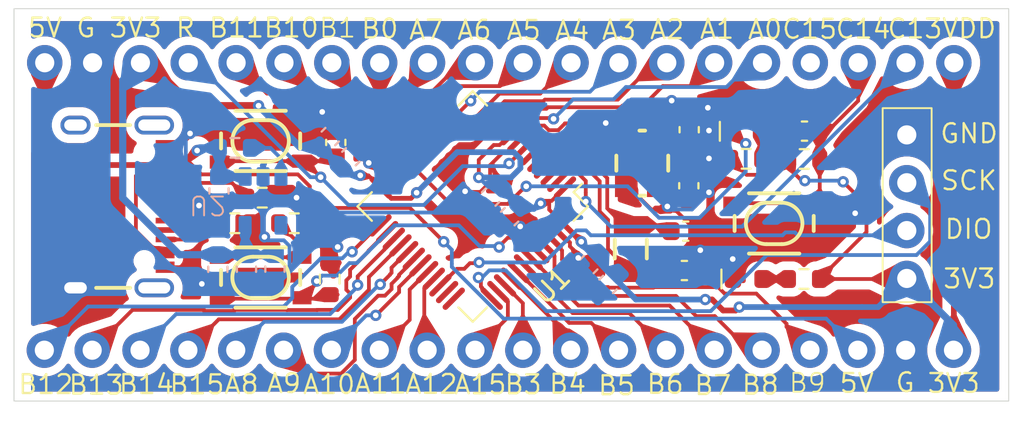
<source format=kicad_pcb>
(kicad_pcb (version 20241229) (generator "pcbnew") (generator_version "9.0")
  (title_block (title "N32G430C8L7核心板") (rev "V1.0") (company "BrookDawn"))
  (layers (0 "F.Cu" signal) (2 "B.Cu" signal) (13 "F.Paste" user) (15 "B.Paste" user) (5 "F.SilkS" user "F.Silkscreen") (7 "B.SilkS" user "B.Silkscreen") (1 "F.Mask" user) (3 "B.Mask" user) (25 "Edge.Cuts" user))
  (net 0 "")
  (net 1 "/NRST")
  (net 2 "Net-(U1-PC14-OSC32_IN)")
  (net 3 "Net-(U1-PC15-OSC32_OUT)")
  (net 4 "VSS")
  (net 5 "Net-(U1-PD14-OSC_IN)")
  (net 6 "Net-(U1-PD15-OSC_OUT)")
  (net 7 "VDD")
  (net 9 "Net-(J1-D+-PadA6)")
  (net 14 "Net-(J1-CC2)")
  (net 15 "Net-(J1-D--PadA7)")
  (net 16 "Net-(J1-CC1)")
  (net 17 "/PC13")
  (net 19 "5V")
  (net 20 "Net-(U2-EN)")
  (net 21 "/PA11")
  (net 22 "/PA2")
  (net 23 "/PB6")
  (net 24 "/PB12")
  (net 25 "/PD13")
  (net 26 "SCK")
  (net 27 "/PB1")
  (net 28 "/PB8")
  (net 29 "/PB0")
  (net 30 "/PA6")
  (net 31 "/PB7")
  (net 32 "/PA5")
  (net 33 "DIO")
  (net 34 "/PB13")
  (net 35 "/PA4")
  (net 36 "/PD12")
  (net 37 "/PA12")
  (net 38 "/PB2")
  (net 39 "/PA7")
  (net 40 "/PA8")
  (net 41 "/PB15")
  (net 42 "/PA9")
  (net 43 "/PB9")
  (net 44 "/PA10")
  (net 45 "/PA1")
  (net 46 "/PA15")
  (net 47 "/PA0")
  (net 48 "/PB11")
  (net 49 "/PB3")
  (net 50 "/PA3")
  (net 51 "/PB5")
  (net 52 "/BOOT0")
  (net 53 "/PB4")
  (net 54 "/PB14")
  (net 55 "/PC15")
  (net 56 "/PB10")
  (net 57 "/PC14")
  (net 58 "Net-(R5-Pad1)")
  (net 59 "Net-(D1-A)")
  (net 60 "Net-(D2-A)")
  (footprint "SparkFun-Connector:1x20" (layer "F.Cu") (at 204.87 29.37)
    (property "Reference" "J2")
    (property "Value" "Conn_01x20")
  )
  (footprint "SparkFun-Capacitor:C_0603_1608Metric" (layer "F.Cu") (at 245.2 33)
    (property "Reference" "C16")
    (property "Value" "1uF")
  )
  (footprint "N32:QFP-48_8.35x8.35_Pitch0.5mm" (layer "F.Cu") (at 227.59 37 -135)
    (property "Reference" "U1")
    (property "Value" "~")
  )
  (footprint "SparkFun-Capacitor:C_0603_1608Metric" (layer "F.Cu") (at 238.825 40.4)
    (property "Reference" "C6")
    (property "Value" "9pF")
  )
  (footprint "SparkFun-Resistor:R_0603_1608Metric" (layer "F.Cu") (at 218.115 37.89)
    (property "Reference" "R5")
    (property "Value" "1k")
  )
  (footprint "SparkFun-Resistor:R_0603_1608Metric" (layer "F.Cu") (at 245.185 34.48)
    (property "Reference" "R6")
    (property "Value" "5.1k")
  )
  (footprint "SparkFun-Capacitor:C_0603_1608Metric" (layer "F.Cu") (at 239.06 35.9 90)
    (property "Reference" "C8")
    (property "Value" "12pF")
  )
  (footprint "SparkFun-Clock:Crystal_SMD_3.2x1.5mm" (layer "F.Cu") (at 235.98 39.26 -90)
    (property "Reference" "Y2")
    (property "Value" "32.768kHz")
  )
  (footprint "SparkFun-LED:LED_0603_1608Metric_Red" (layer "F.Cu") (at 242.19 40.85)
    (property "Reference" "D1")
    (property "Value" "Red")
  )
  (footprint "SparkFun-Resistor:R_0603_1608Metric" (layer "F.Cu") (at 216.4175 36.5325)
    (property "Reference" "R2")
    (property "Value" "5.1k")
  )
  (footprint "SparkFun-Capacitor:C_0603_1608Metric" (layer "F.Cu") (at 220.32 33.6 -90)
    (property "Reference" "C5")
    (property "Value" "0.1uF")
  )
  (footprint "SparkFun-Capacitor:C_0603_1608Metric" (layer "F.Cu") (at 238.895 38.31)
    (property "Reference" "C7")
    (property "Value" "9pF")
  )
  (footprint "SparkFun-Resistor:R_0603_1608Metric" (layer "F.Cu") (at 242.105 34.47)
    (property "Reference" "R8")
    (property "Value" "1k")
  )
  (footprint "SparkFun-Capacitor:C_0603_1608Metric" (layer "F.Cu") (at 239.08 32.925 90)
    (property "Reference" "C9")
    (property "Value" "12pF")
  )
  (footprint "SparkFun-LED:LED_0603_1608Metric_Blue" (layer "F.Cu") (at 242.1075 33.01)
    (property "Reference" "D2")
    (property "Value" "Blue")
  )
  (footprint "SparkFun-Switch:Push_SMD_4.2x3.2mm" (layer "F.Cu") (at 216.33 40.77)
    (property "Reference" "SW2")
    (property "Value" "SMD_4.2x3.2mm_h2.5mm")
  )
  (footprint "SparkFun-Clock:Crystal_SMD_3.2x2.5mm" (layer "F.Cu") (at 236.59 34.7 90)
    (property "Reference" "Y1")
    (property "Value" "8MHz")
  )
  (footprint "SparkFun-Connector:1x04" (layer "F.Cu") (at 250.63 40.82 90)
    (property "Reference" "J4")
    (property "Value" "Conn_01x04")
  )
  (footprint "SparkFun-Resistor:R_0603_1608Metric" (layer "F.Cu") (at 220 40.856 90)
    (property "Reference" "R4")
    (property "Value" "10k")
  )
  (footprint "SparkFun-Switch:Push_SMD_4.2x3.2mm" (layer "F.Cu") (at 243.59 37.9 180)
    (property "Reference" "SW3")
    (property "Value" "SMD_4.2x3.2mm_h2.5mm")
  )
  (footprint "SparkFun-Connector:USB-C_16" (layer "F.Cu") (at 211.6 37 -90)
    (property "Reference" "J1")
    (property "Value" "USB_C_Receptacle")
  )
  (footprint "SparkFun-Resistor:R_0603_1608Metric" (layer "F.Cu") (at 245.1725 40.85 180)
    (property "Reference" "R7")
    (property "Value" "1k")
  )
  (footprint "SparkFun-Connector:1x20" (layer "F.Cu") (at 253.11 44.63 180)
    (property "Reference" "J3")
    (property "Value" "Conn_01x20")
  )
  (footprint "SparkFun-Switch:Push_SMD_4.2x3.2mm" (layer "F.Cu") (at 216.33 33.52)
    (property "Reference" "SW1")
    (property "Value" "SMD_4.2x3.2mm_h2.5mm")
  )
  (footprint "SparkFun-Resistor:R_0603_1608Metric" (layer "F.Cu") (at 214.96 37.89)
    (property "Reference" "R3")
    (property "Value" "5.1k")
  )
  (footprint "SparkFun-Capacitor:C_0603_1608Metric" (layer "B.Cu") (at 229.548008 37.541992 45)
    (property "Reference" "C11")
    (property "Value" "0.1uF")
  )
  (footprint "SparkFun-Capacitor:C_0603_1608Metric" (layer "B.Cu") (at 220.03 33.287624 -135)
    (property "Reference" "C2")
    (property "Value" "0.1uF")
  )
  (footprint "SparkFun-Capacitor:C_0603_1608Metric" (layer "B.Cu") (at 214.12 36.175 90)
    (property "Reference" "C12")
    (property "Value" "1uF")
  )
  (footprint "SparkFun-Capacitor:C_0603_1608Metric" (layer "B.Cu") (at 217.09 40.325 90)
    (property "Reference" "C13")
    (property "Value" "1uF")
  )
  (footprint "SparkFun-Capacitor:C_0603_1608Metric" (layer "B.Cu") (at 228.538008 36.501992 45)
    (property "Reference" "C10")
    (property "Value" "0.1uF")
  )
  (footprint "Power_BrookDawn:SGM2019" (layer "B.Cu") (at 214.97 38.74)
    (property "Reference" "U2")
    (property "Value" "~" (hide yes))
  )
  (footprint "SparkFun-Capacitor:C_0603_1608Metric" (layer "B.Cu") (at 233.75 40.08 45)
    (property "Reference" "C3")
    (property "Value" "0.1uF")
  )
  (footprint "SparkFun-Capacitor:C_0603_1608Metric" (layer "B.Cu") (at 221.118008 34.359616 45)
    (property "Reference" "C1")
    (property "Value" "4.7uF")
  )
  (footprint "SparkFun-Resistor:R_0603_1608Metric" (layer "B.Cu") (at 214.965 33.89)
    (property "Reference" "R1")
    (property "Value" "5.1k")
  )
  (footprint "SparkFun-Capacitor:C_0603_1608Metric" (layer "B.Cu") (at 214.06 40.335 90)
    (property "Reference" "C15")
    (property "Value" "100nF")
  )
  (footprint "SparkFun-Capacitor:C_0603_1608Metric" (layer "B.Cu") (at 234.77 41.14 45)
    (property "Reference" "C4")
    (property "Value" "1uF")
  )
  (footprint "SparkFun-Capacitor:C_0603_1608Metric" (layer "B.Cu") (at 215.58 40.33 90)
    (property "Reference" "C14")
    (property "Value" "100nF")
  )
  (gr_rect (start 249.35 31.78) (end 251.95 42.08) (stroke (width 0.1)) (fill no) (layer "F.SilkS"))
  (gr_rect (start 203.24 26.5) (end 256.04 47.33) (stroke (width 0.05)) (fill no) (layer "Edge.Cuts"))
  (gr_text "B8\n" (at 241.8 47.06 0) (layer "F.SilkS") (effects (font (size 1 1) (thickness 0.125)) (justify left bottom)))
  (gr_text "VDD" (at 252.43 28.14 0) (layer "F.SilkS") (effects (font (size 1 1) (thickness 0.125)) (justify left bottom)))
  (gr_text "A10" (at 218.5 47.03 0) (layer "F.SilkS") (effects (font (size 1 1) (thickness 0.125)) (justify left bottom)))
  (gr_text "B0" (at 221.6 28.15 0) (layer "F.SilkS") (effects (font (size 1 1) (thickness 0.125)) (justify left bottom)))
  (gr_text "C13" (at 249.53 28.15 0) (layer "F.SilkS") (effects (font (size 1 1) (thickness 0.125)) (justify left bottom)))
  (gr_text "B4" (at 231.57 47.01 0) (layer "F.SilkS") (effects (font (size 1 1) (thickness 0.125)) (justify left bottom)))
  (gr_text "G" (at 249.96 46.93 0) (layer "F.SilkS") (effects (font (size 1 1) (thickness 0.125)) (justify left bottom)))
  (gr_text "A12" (at 223.93 47.02 0) (layer "F.SilkS") (effects (font (size 1 1) (thickness 0.125)) (justify left bottom)))
  (gr_text "C15\n" (at 243.94 28.17 0) (layer "F.SilkS") (effects (font (size 1 1) (thickness 0.125)) (justify left bottom)))
  (gr_text "B14\n" (at 208.73 47.03 0) (layer "F.SilkS") (effects (font (size 1 1) (thickness 0.125)) (justify left bottom)))
  (gr_text "3V3" (at 252.49 41.42 0) (layer "F.SilkS") (effects (font (size 1 1) (thickness 0.125)) (justify left bottom)))
  (gr_text "A9" (at 216.58 46.98 0) (layer "F.SilkS") (effects (font (size 1 1) (thickness 0.125)) (justify left bottom)))
  (gr_text "A11" (at 221.24 47 0) (layer "F.SilkS") (effects (font (size 1 1) (thickness 0.125)) (justify left bottom)))
  (gr_text "SCK\n" (at 252.37 36.21 0) (layer "F.SilkS") (effects (font (size 1 1) (thickness 0.125)) (justify left bottom)))
  (gr_text "C14" (at 246.78 28.16 0) (layer "F.SilkS") (effects (font (size 1 1) (thickness 0.125)) (justify left bottom)))
  (gr_text "B15" (at 211.42 47.04 0) (layer "F.SilkS") (effects (font (size 1 1) (thickness 0.125)) (justify left bottom)))
  (gr_text "B9" (at 244.31 46.96 0) (layer "F.SilkS") (effects (font (size 1 1) (thickness 0.1)) (justify left bottom)))
  (gr_text "B13\n" (at 206.07 47.06 0) (layer "F.SilkS") (effects (font (size 1 1) (thickness 0.125)) (justify left bottom)))
  (gr_text "A4" (at 231.88 28.25 0) (layer "F.SilkS") (effects (font (size 1 1) (thickness 0.125)) (justify left bottom)))
  (gr_text "A0" (at 242.12 28.19 0) (layer "F.SilkS") (effects (font (size 1 1) (thickness 0.125)) (justify left bottom)))
  (gr_text "5V G 3V3 R B11B10" (at 203.9 28.1 0) (layer "F.SilkS") (effects (font (size 1 1) (thickness 0.125)) (justify left bottom)))
  (gr_text "B7" (at 239.28 47.08 0) (layer "F.SilkS") (effects (font (size 1 1) (thickness 0.125)) (justify left bottom)))
  (gr_text "GND\n" (at 252.33 33.71 0) (layer "F.SilkS") (effects (font (size 1 1) (thickness 0.125)) (justify left bottom)))
  (gr_text "A2\n" (at 236.92 28.19 0) (layer "F.SilkS") (effects (font (size 1 1) (thickness 0.125)) (justify left bottom)))
  (gr_text "DIO" (at 252.57 38.79 0) (layer "F.SilkS") (effects (font (size 1 1) (thickness 0.125)) (justify left bottom)))
  (gr_text "A7" (at 224.13 28.21 0) (layer "F.SilkS") (effects (font (size 1 1) (thickness 0.125)) (justify left bottom)))
  (gr_text "5V" (at 246.99 46.97 0) (layer "F.SilkS") (effects (font (size 1 1) (thickness 0.125)) (justify left bottom)))
  (gr_text "3V3" (at 251.66 46.97 0) (layer "F.SilkS") (effects (font (size 1 1) (thickness 0.125)) (justify left bottom)))
  (gr_text "A6\n" (at 226.69 28.22 0) (layer "F.SilkS") (effects (font (size 1 1) (thickness 0.125)) (justify left bottom)))
  (gr_text "B5" (at 234.17 47.09 0) (layer "F.SilkS") (effects (font (size 1 1) (thickness 0.125)) (justify left bottom)))
  (gr_text "B6" (at 236.75 47.02 0) (layer "F.SilkS") (effects (font (size 1 1) (thickness 0.125)) (justify left bottom)))
  (gr_text "B1" (at 219.37 28.11 0) (layer "F.SilkS") (effects (font (size 1 1) (thickness 0.1)) (justify left bottom)))
  (gr_text "B12" (at 203.39 47.03 0) (layer "F.SilkS") (effects (font (size 1 1) (thickness 0.125)) (justify left bottom)))
  (gr_text "B3\n" (at 229.21 47.04 0) (layer "F.SilkS") (effects (font (size 1 1) (thickness 0.125)) (justify left bottom)))
  (gr_text "A5" (at 229.31 28.23 0) (layer "F.SilkS") (effects (font (size 1 1) (thickness 0.125)) (justify left bottom)))
  (gr_text "A1" (at 239.57 28.17 0) (layer "F.SilkS") (effects (font (size 1 1) (thickness 0.125)) (justify left bottom)))
  (gr_text "A15" (at 226.53 47.04 0) (layer "F.SilkS") (effects (font (size 1 1) (thickness 0.125)) (justify left bottom)))
  (gr_text "A8\n" (at 214.33 47.03 0) (layer "F.SilkS") (effects (font (size 1 1) (thickness 0.125)) (justify left bottom)))
  (gr_text "A3\n" (at 234.37 28.22 0) (layer "F.SilkS") (effects (font (size 1 1) (thickness 0.125)) (justify left bottom)))
  (segment (start 218.53 34.595) (end 218.665 34.595) (width 0.2) (layer "F.Cu") (net 1))
  (segment (start 218.665 34.595) (end 219.515 35.445) (width 0.2) (layer "F.Cu") (net 1))
  (segment (start 218.53 34.595) (end 214.18 34.595) (width 0.2) (layer "F.Cu") (net 1))
  (segment (start 218.53 34.595) (end 220.1 34.595) (width 0.2) (layer "F.Cu") (net 1))
  (segment (start 214.18 34.595) (end 214.13 34.645) (width 0.2) (layer "F.Cu") (net 1))
  (segment (start 220.1 34.595) (end 220.32 34.375) (width 0.2) (layer "F.Cu") (net 1))
  (segment (start 229.518223 34.718223) (end 230.330039 33.906408) (width 0.2) (layer "F.Cu") (net 1))
  (via (at 229.518223 34.718223) (size 0.6) (drill 0.3) (layers "F.Cu" "B.Cu") (net 1))
  (via (at 219.515 35.445) (size 0.6) (drill 0.3) (layers "F.Cu" "B.Cu") (net 1))
  (segment (start 229.376446 34.86) (end 227.06 34.86) (width 0.2) (layer "B.Cu") (net 1))
  (segment (start 225 36.92) (end 220.99 36.92) (width 0.2) (layer "B.Cu") (net 1))
  (segment (start 229.518223 34.718223) (end 229.376446 34.86) (width 0.2) (layer "B.Cu") (net 1))
  (segment (start 227.06 34.86) (end 225 36.92) (width 0.2) (layer "B.Cu") (net 1))
  (segment (start 212.8971 29.37) (end 218.9721 35.445) (width 0.2) (layer "B.Cu") (net 1))
  (segment (start 220.99 36.92) (end 219.515 35.445) (width 0.2) (layer "B.Cu") (net 1))
  (segment (start 219.515 35.445) (end 219.51 35.44) (width 0.2) (layer "B.Cu") (net 1))
  (segment (start 218.9721 35.445) (end 219.515 35.445) (width 0.2) (layer "B.Cu") (net 1))
  (segment (start 212.49 29.37) (end 212.8971 29.37) (width 0.2) (layer "B.Cu") (net 1))
  (segment (start 234.77 39.26) (end 234.77 37.7071) (width 0.2) (layer "F.Cu") (net 2))
  (segment (start 234.77 37.7071) (end 234.329 37.2661) (width 0.2) (layer "F.Cu") (net 2))
  (segment (start 237.94 40.51) (end 238.05 40.4) (width 0.2) (layer "F.Cu") (net 2))
  (segment (start 232.793343 34.555) (end 232.509873 34.555) (width 0.2) (layer "F.Cu") (net 2))
  (segment (start 235.98 40.51) (end 235.98 40.47) (width 0.2) (layer "F.Cu") (net 2))
  (segment (start 235.98 40.47) (end 234.77 39.26) (width 0.2) (layer "F.Cu") (net 2))
  (segment (start 233.17 34.5) (end 232.848343 34.5) (width 0.2) (layer "F.Cu") (net 2))
  (segment (start 232.848343 34.5) (end 232.793343 34.555) (width 0.2) (layer "F.Cu") (net 2))
  (segment (start 234.329 37.2661) (end 234.329 35.659) (width 0.2) (layer "F.Cu") (net 2))
  (segment (start 232.509873 34.555) (end 231.744252 35.320621) (width 0.2) (layer "F.Cu") (net 2))
  (segment (start 235.98 40.51) (end 237.94 40.51) (width 0.2) (layer "F.Cu") (net 2))
  (segment (start 234.329 35.659) (end 233.17 34.5) (width 0.2) (layer "F.Cu") (net 2))
  (segment (start 237.82 38.01) (end 238.12 38.31) (width 0.2) (layer "F.Cu") (net 3))
  (segment (start 232.203767 34.154) (end 232.627243 34.154) (width 0.2) (layer "F.Cu") (net 3))
  (segment (start 235.98 38.21) (end 235.98 38.01) (width 0.2) (layer "F.Cu") (net 3))
  (segment (start 235.98 38.01) (end 237.82 38.01) (width 0.2) (layer "F.Cu") (net 3))
  (segment (start 232.627243 34.154) (end 232.861243 33.92) (width 0.2) (layer "F.Cu") (net 3))
  (segment (start 231.390699 34.967068) (end 232.203767 34.154) (width 0.2) (layer "F.Cu") (net 3))
  (segment (start 232.861243 33.92) (end 233.1571 33.92) (width 0.2) (layer "F.Cu") (net 3))
  (segment (start 234.73 37.1) (end 235.91 38.28) (width 0.2) (layer "F.Cu") (net 3))
  (segment (start 235.91 38.28) (end 235.98 38.21) (width 0.2) (layer "F.Cu") (net 3))
  (segment (start 233.1571 33.92) (end 234.73 35.4929) (width 0.2) (layer "F.Cu") (net 3))
  (segment (start 234.73 35.4929) (end 234.73 37.1) (width 0.2) (layer "F.Cu") (net 3))
  (segment (start 239.4 33.7) (end 240.13 32.97) (width 0.2) (layer "F.Cu") (net 4))
  (segment (start 231.558418 37.786437) (end 232.097806 38.325825) (width 0.2) (layer "F.Cu") (net 4))
  (segment (start 241.39 40.8375) (end 241.4025 40.85) (width 0.2) (layer "F.Cu") (net 4))
  (segment (start 213.015 32.695) (end 213.265 32.445) (width 0.381) (layer "F.Cu") (net 4))
  (segment (start 237.760002 37.16) (end 237.07 37.16) (width 0.2) (layer "F.Cu") (net 4))
  (segment (start 211.26 40.225) (end 212.325 40.225) (width 0.2) (layer "F.Cu") (net 4))
  (segment (start 228.510943 34.809094) (end 228.510943 35.709) (width 0.2) (layer "F.Cu") (net 4))
  (segment (start 239.08 33.7) (end 239.4 33.7) (width 0.2) (layer "F.Cu") (net 4))
  (segment (start 230.68 38.04) (end 230.129106 38.04) (width 0.2) (layer "F.Cu") (net 4))
  (segment (start 213.015 32.655) (end 211.59 31.23) (width 0.2) (layer "F.Cu") (net 4))
  (segment (start 239.67 39.32) (end 239.67 40.33) (width 0.2) (layer "F.Cu") (net 4))
  (segment (start 230.82198 32.707359) (end 231.387416 32.707359) (width 0.2) (layer "F.Cu") (net 4))
  (segment (start 229.190037 34.13) (end 228.510943 34.809094) (width 0.2) (layer "F.Cu") (net 4))
  (segment (start 246.275 38.975) (end 247.89 37.36) (width 0.2) (layer "F.Cu") (net 4))
  (segment (start 215.79 37.89) (end 216.38 38.48) (width 0.2) (layer "F.Cu") (net 4))
  (segment (start 237.07 37.16) (end 235.74 35.83) (width 0.2) (layer "F.Cu") (net 4))
  (segment (start 237.44 33.6) (end 238.98 33.6) (width 0.2) (layer "F.Cu") (net 4))
  (segment (start 231.387416 32.707359) (end 231.631057 32.951) (width 0.2) (layer "F.Cu") (net 4))
  (segment (start 239.67 38.31) (end 239.46989 38.31) (width 0.2) (layer "F.Cu") (net 4))
  (segment (start 238.159892 37.000002) (end 237.92 37.000002) (width 0.2) (layer "F.Cu") (net 4))
  (segment (start 212.325 40.225) (end 213.21 41.11) (width 0.2) (layer "F.Cu") (net 4))
  (segment (start 234.86 32.36) (end 234.86 32.34) (width 0.2) (layer "F.Cu") (net 4))
  (segment (start 229.976485 33.552854) (end 230.82198 32.707359) (width 0.2) (layer "F.Cu") (net 4))
  (segment (start 213.265 32.445) (end 214.13 32.445) (width 0.381) (layer "F.Cu") (net 4))
  (segment (start 233.190823 39.471) (end 233.101057 39.471) (width 0.2) (layer "F.Cu") (net 4))
  (segment (start 231.631057 32.951) (end 232.128943 32.951) (width 0.2) (layer "F.Cu") (net 4))
  (segment (start 229.976485 33.552854) (end 229.399339 34.13) (width 0.2) (layer "F.Cu") (net 4))
  (segment (start 228.510943 35.709) (end 227.989943 36.23) (width 0.2) (layer "F.Cu") (net 4))
  (segment (start 244.44 38.975) (end 241.39 38.975) (width 0.2) (layer "F.Cu") (net 4))
  (segment (start 235.74 35.83) (end 235.74 35.8) (width 0.2) (layer "F.Cu") (net 4))
  (segment (start 220 39.57) (end 220.42 39.15) (width 0.2) (layer "F.Cu") (net 4))
  (segment (start 211.935 33.775) (end 212.585 33.125) (width 0.381) (layer "F.Cu") (net 4))
  (segment (start 211.26 33.775) (end 211.935 33.775) (width 0.381) (layer "F.Cu") (net 4))
  (segment (start 232.128943 32.951) (end 232.481 32.598943) (width 0.2) (layer "F.Cu") (net 4))
  (segment (start 232.749 39.118943) (end 232.749 38.907723) (width 0.2) (layer "F.Cu") (net 4))
  (segment (start 232.481 32.598943) (end 232.481 32.59) (width 0.2) (layer "F.Cu") (net 4))
  (segment (start 229.399339 34.13) (end 229.190037 34.13) (width 0.2) (layer "F.Cu") (net 4))
  (segment (start 239.14 33.6) (end 239.19 33.65) (width 0.2) (layer "F.Cu") (net 4))
  (segment (start 217.2425 36.5325) (end 218.2375 36.5325) (width 0.2) (layer "F.Cu") (net 4))
  (segment (start 212.585 33.125) (end 213.015 32.695) (width 0.381) (layer "F.Cu") (net 4))
  (segment (start 209.27 31.23) (end 207.41 29.37) (width 0.2) (layer "F.Cu") (net 4))
  (segment (start 239.67 40.33) (end 239.6 40.4) (width 0.2) (layer "F.Cu") (net 4))
  (segment (start 230.69 38.04) (end 230.943563 37.786437) (width 0.2) (layer "F.Cu") (net 4))
  (segment (start 239.08 33.7) (end 239.08 35.105) (width 0.2) (layer "F.Cu") (net 4))
  (segment (start 230.129106 38.04) (end 230.109852 38.059254) (width 0.2) (layer "F.Cu") (net 4))
  (segment (start 233.101057 39.471) (end 232.749 39.118943) (width 0.2) (layer "F.Cu") (net 4))
  (segment (start 232.481 32.59) (end 234.63 32.59) (width 0.2) (layer "F.Cu") (net 4))
  (segment (start 213.015 32.695) (end 213.015 32.655) (width 0.2) (layer "F.Cu") (net 4))
  (segment (start 211.59 31.23) (end 209.27 31.23) (width 0.2) (layer "F.Cu") (net 4))
  (segment (start 237.92 37.000002) (end 237.760002 37.16) (width 0.2) (layer "F.Cu") (net 4))
  (segment (start 233.026394 39.732252) (end 232.93584 39.822806) (width 0.2) (layer "F.Cu") (net 4))
  (segment (start 215.785 37.89) (end 215.83 37.89) (width 0.2) (layer "F.Cu") (net 4))
  (segment (start 222.39 34.981981) (end 223.082194 35.674175) (width 0.2) (layer "F.Cu") (net 4))
  (segment (start 227.989943 36.23) (end 227.22 36.23) (width 0.2) (layer "F.Cu") (net 4))
  (segment (start 227.185 36.195) (end 227.16 36.17) (width 0.2) (layer "F.Cu") (net 4))
  (segment (start 239.83 34.45) (end 239.08 33.7) (width 0.2) (layer "F.Cu") (net 4))
  (segment (start 230.943563 37.786437) (end 231.558418 37.786437) (width 0.2) (layer "F.Cu") (net 4))
  (segment (start 222.069203 34.688017) (end 222.111983 34.688017) (width 0.2) (layer "F.Cu") (net 4))
  (segment (start 215.785 37.89) (end 215.79 37.89) (width 0.2) (layer "F.Cu") (net 4))
  (segment (start 219.135 32.445) (end 219.6 31.98) (width 0.2) (layer "F.Cu") (net 4))
  (segment (start 241.39 38.975) (end 241.39 39.79) (width 0.2) (layer "F.Cu") (net 4))
  (segment (start 233.190823 39.729353) (end 233.154116 39.729353) (width 0.2) (layer "F.Cu") (net 4))
  (segment (start 240.13 36.25) (end 240.13 36.195) (width 0.2) (layer "F.Cu") (net 4))
  (segment (start 222.363167 34.981981) (end 222.39 34.981981) (width 0.2) (layer "F.Cu") (net 4))
  (segment (start 239.67 38.31) (end 239.67 39.32) (width 0.2) (layer "F.Cu") (net 4))
  (segment (start 222.069203 34.688017) (end 222.363167 34.981981) (width 0.2) (layer "F.Cu") (net 4))
  (segment (start 239.08 35.105) (end 239.06 35.125) (width 0.2) (layer "F.Cu") (net 4))
  (segment (start 239.67 38.31) (end 240.725 38.31) (width 0.2) (layer "F.Cu") (net 4))
  (segment (start 240.13 34.45) (end 239.83 34.45) (width 0.2) (layer "F.Cu") (net 4))
  (segment (start 220 40.031) (end 220 39.57) (width 0.2) (layer "F.Cu") (net 4))
  (segment (start 239.46989 38.31) (end 238.159892 37.000002) (width 0.2) (layer "F.Cu") (net 4))
  (segment (start 214.13 32.445) (end 218.53 32.445) (width 0.2) (layer "F.Cu") (net 4))
  (segment (start 240.725 38.31) (end 241.39 38.975) (width 0.2) (layer "F.Cu") (net 4))
  (segment (start 227.22 36.23) (end 227.185 36.195) (width 0.2) (layer "F.Cu") (net 4))
  (segment (start 233.190823 39.729353) (end 233.187924 39.732252) (width 0.2) (layer "F.Cu") (net 4))
  (segment (start 233.187924 39.732252) (end 233.026394 39.732252) (width 0.2) (layer "F.Cu") (net 4))
  (segment (start 218.53 32.445) (end 219.135 32.445) (width 0.2) (layer "F.Cu") (net 4))
  (segment (start 234.63 32.59) (end 234.65 32.57) (width 0.2) (layer "F.Cu") (net 4))
  (segment (start 233.154116 39.729353) (end 233.190823 39.692646) (width 0.2) (layer "F.Cu") (net 4))
  (segment (start 241.39 39.79) (end 241.39 40.8375) (width 0.2) (layer "F.Cu") (net 4))
  (segment (start 234.65 32.57) (end 234.86 32.36) (width 0.2) (layer "F.Cu") (net 4))
  (segment (start 232.749 38.907723) (end 232.167102 38.325825) (width 0.2) (layer "F.Cu") (net 4))
  (segment (start 240.13 36.195) (end 239.06 35.125) (width 0.2) (layer "F.Cu") (net 4))
  (segment (start 238.98 33.6) (end 239.08 33.7) (width 0.2) (layer "F.Cu") (net 4))
  (segment (start 215.83 37.89) (end 215.96 37.76) (width 0.2) (layer "F.Cu") (net 4))
  (segment (start 232.167102 38.325825) (end 232.097806 38.325825) (width 0.2) (layer "F.Cu") (net 4))
  (segment (start 245.79 38.975) (end 246.275 38.975) (width 0.2) (layer "F.Cu") (net 4))
  (segment (start 245.79 38.975) (end 244.44 38.975) (width 0.2) (layer "F.Cu") (net 4))
  (segment (start 233.190823 39.692646) (end 233.190823 39.471) (width 0.2) (layer "F.Cu") (net 4))
  (via (at 220.42 39.15) (size 0.6) (drill 0.3) (layers "F.Cu" "B.Cu") (net 4))
  (via (at 213.06 36.95) (size 0.6) (drill 0.3) (layers "F.Cu" "B.Cu") (net 4))
  (via (at 222.069203 34.688017) (size 0.6) (drill 0.3) (layers "F.Cu" "B.Cu") (net 4))
  (via (at 240.13 32.97) (size 0.6) (drill 0.3) (layers "F.Cu" "B.Cu") (net 4))
  (via (at 239.67 39.32) (size 0.6) (drill 0.3) (layers "F.Cu" "B.Cu") (net 4))
  (via (at 212.585 33.125) (size 0.6) (drill 0.3) (layers "F.Cu" "B.Cu") (net 4))
  (via (at 240.13 36.25) (size 0.6) (drill 0.3) (layers "F.Cu" "B.Cu") (net 4))
  (via (at 230.109852 38.059254) (size 0.6) (drill 0.3) (layers "F.Cu" "B.Cu") (net 4))
  (via (at 240.13 34.45) (size 0.6) (drill 0.3) (layers "F.Cu" "B.Cu") (net 4))
  (via (at 240.07 31.76) (size 0.6) (drill 0.3) (layers "F.Cu" "B.Cu") (net 4))
  (via (at 238.15 31.38) (size 0.6) (drill 0.3) (layers "F.Cu" "B.Cu") (net 4))
  (via (at 216.535 38.615) (size 0.6) (drill 0.3) (layers "F.Cu" "B.Cu") (net 4))
  (via (at 233.190823 39.729353) (size 0.6) (drill 0.3) (layers "F.Cu" "B.Cu") (net 4))
  (via (at 213.21 41.11) (size 0.6) (drill 0.3) (layers "F.Cu" "B.Cu") (net 4))
  (via (at 241.39 39.79) (size 0.6) (drill 0.3) (layers "F.Cu" "B.Cu") (net 4))
  (via (at 219.6 31.98) (size 0.6) (drill 0.3) (layers "F.Cu" "B.Cu") (net 4))
  (via (at 247.89 37.36) (size 0.6) (drill 0.3) (layers "F.Cu" "B.Cu") (net 4))
  (via (at 227.185 36.195) (size 0.6) (drill 0.3) (layers "F.Cu" "B.Cu") (net 4))
  (via (at 234.65 32.57) (size 0.6) (drill 0.3) (layers "F.Cu" "B.Cu") (net 4))
  (via (at 218.2375 36.5325) (size 0.6) (drill 0.3) (layers "F.Cu" "B.Cu") (net 4))
  (via (at 237.92 37.000002) (size 0.6) (drill 0.3) (layers "F.Cu" "B.Cu") (net 4))
  (segment (start 212.359 36.249) (end 212.359 33.381) (width 0.2) (layer "B.Cu") (net 4))
  (segment (start 217.866 39.10089) (end 217.56111 38.796) (width 0.2) (layer "B.Cu") (net 4))
  (segment (start 220.098392 32.26) (end 219.74 32.26) (width 0.2) (layer "B.Cu") (net 4))
  (segment (start 227.99 37.05) (end 227.99 37.08) (width 0.2) (layer "B.Cu") (net 4))
  (segment (start 222.069203 34.688017) (end 222.069203 34.214795) (width 0.2) (layer "B.Cu") (net 4))
  (segment (start 240.13 34.45) (end 240.13 36.25) (width 0.2) (layer "B.Cu") (net 4))
  (segment (start 217.56111 38.796) (end 216.716 38.796) (width 0.2) (layer "B.Cu") (net 4))
  (segment (start 233.7 40.13) (end 233.201992 40.628008) (width 0.2) (layer "B.Cu") (net 4))
  (segment (start 240.07 31.76) (end 240.13 31.82) (width 0.2) (layer "B.Cu") (net 4))
  (segment (start 214.06 41.11) (end 213.21 41.11) (width 0.2) (layer "B.Cu") (net 4))
  (segment (start 214.12 36.95) (end 215.85 36.95) (width 0.381) (layer "B.Cu") (net 4))
  (segment (start 217.09 41.1) (end 217.866 40.324) (width 0.2) (layer "B.Cu") (net 4))
  (segment (start 213.06 36.95) (end 212.93 36.95) (width 0.2) (layer "B.Cu") (net 4))
  (segment (start 233.190823 39.729353) (end 233.389353 39.729353) (width 0.2) (layer "B.Cu") (net 4))
  (segment (start 214.12 36.95) (end 213.06 36.95) (width 0.2) (layer "B.Cu") (net 4))
  (segment (start 220.578008 32.739616) (end 220.098392 32.26) (width 0.2) (layer "B.Cu") (net 4))
  (segment (start 216.535 38.615) (end 216.41 38.49) (width 0.2) (layer "B.Cu") (net 4))
  (segment (start 239.69 31.38) (end 240.07 31.76) (width 0.2) (layer "B.Cu") (net 4))
  (segment (start 238.079998 37.16) (end 239.23 37.16) (width 0.2) (layer "B.Cu") (net 4))
  (segment (start 216.46 36.34) (end 216.46 35.41) (width 0.381) (layer "B.Cu") (net 4))
  (segment (start 229 38.09) (end 230.079106 38.09) (width 0.2) (layer "B.Cu") (net 4))
  (segment (start 227.99 37.05) (end 227.99 37) (width 0.2) (layer "B.Cu") (net 4))
  (segment (start 221.65 33.811608) (end 220.578008 32.739616) (width 0.2) (layer "B.Cu") (net 4))
  (segment (start 216.716 38.796) (end 216.535 38.615) (width 0.2) (layer "B.Cu") (net 4))
  (segment (start 219.74 32.12) (end 219.6 31.98) (width 0.2) (layer "B.Cu") (net 4))
  (segment (start 240.13 31.82) (end 240.13 32.97) (width 0.2) (layer "B.Cu") (net 4))
  (segment (start 219.026 37.321) (end 218.2375 36.5325) (width 0.2) (layer "B.Cu") (net 4))
  (segment (start 230.079106 38.09) (end 230.109852 38.059254) (width 0.2) (layer "B.Cu") (net 4))
  (segment (start 227.185 36.195) (end 226.059 37.321) (width 0.2) (layer "B.Cu") (net 4))
  (segment (start 227.99 37.08) (end 229 38.09) (width 0.2) (layer "B.Cu") (net 4))
  (segment (start 239.23 37.16) (end 240.13 36.26) (width 0.2) (layer "B.Cu") (net 4))
  (segment (start 217.08 41.11) (end 217.09 41.1) (width 0.2) (layer "B.Cu") (net 4))
  (segment (start 233.389353 39.729353) (end 233.7 40.04) (width 0.2) (layer "B.Cu") (net 4))
  (segment (start 240.13 32.97) (end 240.13 34.45) (width 0.2) (layer "B.Cu") (net 4))
  (segment (start 217.866 40.324) (end 217.866 39.10089) (width 0.2) (layer "B.Cu") (net 4))
  (segment (start 237.92 37.000002) (end 238.079998 37.16) (width 0.2) (layer "B.Cu") (net 4))
  (segment (start 233.7 40.04) (end 233.7 40.13) (width 0.2) (layer "B.Cu") (net 4))
  (segment (start 219.74 32.26) (end 219.74 32.12) (width 0.2) (layer "B.Cu") (net 4))
  (segment (start 238.15 31.38) (end 239.69 31.38) (width 0.2) (layer "B.Cu") (net 4))
  (segment (start 215.85 36.95) (end 216.46 36.34) (width 0.381) (layer "B.Cu") (net 4))
  (segment (start 240.13 36.26) (end 240.13 36.25) (width 0.2) (layer "B.Cu") (net 4))
  (segment (start 227.99 37) (end 227.185 36.195) (width 0.2) (layer "B.Cu") (net 4))
  (segment (start 212.359 33.381) (end 212.66 33.08) (width 0.2) (layer "B.Cu") (net 4))
  (segment (start 214.06 41.11) (end 217.08 41.11) (width 0.2) (layer "B.Cu") (net 4))
  (segment (start 213.06 36.95) (end 212.359 36.249) (width 0.2) (layer "B.Cu") (net 4))
  (segment (start 221.666016 33.811608) (end 221.65 33.811608) (width 0.2) (layer "B.Cu") (net 4))
  (segment (start 234.65 32.57) (end 235.84 31.38) (width 0.2) (layer "B.Cu") (net 4))
  (segment (start 235.84 31.38) (end 238.15 31.38) (width 0.2) (layer "B.Cu") (net 4))
  (segment (start 226.059 37.321) (end 219.026 37.321) (width 0.2) (layer "B.Cu") (net 4))
  (segment (start 233.201992 40.628008) (end 233.201992 40.668008) (width 0.2) (layer "B.Cu") (net 4))
  (segment (start 233.201992 40.668008) (end 234.221992 41.688008) (width 0.2) (layer "B.Cu") (net 4))
  (segment (start 219.6 31.98) (end 219.58 31.96) (width 0.2) (layer "B.Cu") (net 4))
  (segment (start 222.069203 34.214795) (end 221.666016 33.811608) (width 0.2) (layer "B.Cu") (net 4))
  (segment (start 233.37 33.44) (end 234.65 34.72) (width 0.2) (layer "F.Cu") (net 5))
  (segment (start 239.06 36.64) (end 238.22 35.8) (width 0.2) (layer "F.Cu") (net 5))
  (segment (start 236.562 34.72) (end 237.44 35.598) (width 0.2) (layer "F.Cu") (net 5))
  (segment (start 232.774143 33.44) (end 233.37 33.44) (width 0.2) (layer "F.Cu") (net 5))
  (segment (start 231.897661 33.753) (end 232.461143 33.753) (width 0.2) (layer "F.Cu") (net 5))
  (segment (start 238.22 35.8) (end 237.44 35.8) (width 0.2) (layer "F.Cu") (net 5))
  (segment (start 237.44 35.598) (end 237.44 35.8) (width 0.2) (layer "F.Cu") (net 5))
  (segment (start 234.65 34.72) (end 236.562 34.72) (width 0.2) (layer "F.Cu") (net 5))
  (segment (start 231.037146 34.613515) (end 231.897661 33.753) (width 0.2) (layer "F.Cu") (net 5))
  (segment (start 232.461143 33.753) (end 232.774143 33.44) (width 0.2) (layer "F.Cu") (net 5))
  (segment (start 239.06 36.675) (end 239.06 36.64) (width 0.2) (layer "F.Cu") (net 5))
  (segment (start 235.74 32.92) (end 236.51 32.15) (width 0.2) (layer "F.Cu") (net 6))
  (segment (start 235.059943 33.01) (end 235.15 33.01) (width 0.2) (layer "F.Cu") (net 6))
  (segment (start 234.898943 33.171) (end 235.059943 33.01) (width 0.2) (layer "F.Cu") (net 6))
  (segment (start 231.591553 33.352) (end 232.295043 33.352) (width 0.2) (layer "F.Cu") (net 6))
  (segment (start 234.401057 33.171) (end 234.898943 33.171) (width 0.2) (layer "F.Cu") (net 6))
  (segment (start 235.74 33.6) (end 235.74 32.92) (width 0.2) (layer "F.Cu") (net 6))
  (segment (start 235.15 33.01) (end 235.74 33.6) (width 0.2) (layer "F.Cu") (net 6))
  (segment (start 234.240057 33.01) (end 234.401057 33.171) (width 0.2) (layer "F.Cu") (net 6))
  (segment (start 232.637043 33.01) (end 234.240057 33.01) (width 0.2) (layer "F.Cu") (net 6))
  (segment (start 232.295043 33.352) (end 232.637043 33.01) (width 0.2) (layer "F.Cu") (net 6))
  (segment (start 230.683592 34.259961) (end 231.591553 33.352) (width 0.2) (layer "F.Cu") (net 6))
  (segment (start 236.51 32.15) (end 239.08 32.15) (width 0.2) (layer "F.Cu") (net 6))
  (segment (start 240.3 41.94) (end 240.88 42.52) (width 0.3048) (layer "F.Cu") (net 7))
  (segment (start 209.95 29.37) (end 210.43 29.37) (width 0.381) (layer "F.Cu") (net 7))
  (segment (start 212.71 31.65) (end 216.22 31.65) (width 0.381) (layer "F.Cu") (net 7))
  (segment (start 222.050913 35.35) (end 221.62 35.35) (width 0.2) (layer "F.Cu") (net 7))
  (segment (start 231.65 36.7) (end 231.65 37.170913) (width 0.2) (layer "F.Cu") (net 7))
  (segment (start 232.452272 37.972272) (end 233.35 38.87) (width 0.2) (layer "F.Cu") (net 7))
  (segment (start 239.93 41.94) (end 240.3 41.94) (width 0.3048) (layer "F.Cu") (net 7))
  (segment (start 243.52 35.32) (end 244.36 34.48) (width 0.2) (layer "F.Cu") (net 7))
  (segment (start 232.451359 37.972272) (end 232.452272 37.972272) (width 0.2) (layer "F.Cu") (net 7))
  (segment (start 245.05 35.63) (end 245.22 35.63) (width 0.2) (layer "F.Cu") (net 7))
  (segment (start 253.13 29.37) (end 253.13 44.61) (width 0.3048) (layer "F.Cu") (net 7))
  (segment (start 231.65 36.7) (end 231.779087 36.7) (width 0.2) (layer "F.Cu") (net 7))
  (segment (start 240.88 42.52) (end 241.55 42.52) (width 0.3048) (layer "F.Cu") (net 7))
  (segment (start 245.22 35.63) (end 245.28 35.63) (width 0.2) (layer "F.Cu") (net 7))
  (segment (start 250.6 40.85) (end 250.63 40.82) (width 0.2) (layer "F.Cu") (net 7))
  (segment (start 222.728641 36.027728) (end 222.050913 35.35) (width 0.2) (layer "F.Cu") (net 7))
  (segment (start 231.33 36.7) (end 231.65 36.7) (width 0.2) (layer "F.Cu") (net 7))
  (segment (start 248.491 36.931) (end 247.25 35.69) (width 0.2) (layer "F.Cu") (net 7))
  (segment (start 223.26803 36.567117) (end 224.312883 36.567117) (width 0.254) (layer "F.Cu") (net 7))
  (segment (start 231.195 36.835) (end 231.33 36.7) (width 0.2) (layer "F.Cu") (net 7))
  (segment (start 222.728641 36.027728) (end 223.26803 36.567117) (width 0.254) (layer "F.Cu") (net 7))
  (segment (start 231.65 37.170913) (end 232.451359 37.972272) (width 0.2) (layer "F.Cu") (net 7))
  (segment (start 242.13 35.32) (end 243.52 35.32) (width 0.2) (layer "F.Cu") (net 7))
  (segment (start 245.28 35.63) (end 245.3 35.61) (width 0.2) (layer "F.Cu") (net 7))
  (segment (start 248.491 38.3565) (end 248.491 36.931) (width 0.2) (layer "F.Cu") (net 7))
  (segment (start 227.91 34.53) (end 227.91 35.46) (width 0.2) (layer "F.Cu") (net 7))
  (segment (start 231.779087 36.7) (end 232.451359 36.027728) (width 0.2) (layer "F.Cu") (net 7))
  (segment (start 245.9975 40.85) (end 248.491 38.3565) (width 0.2) (layer "F.Cu") (net 7))
  (segment (start 244.36 34.48) (end 244.36 34.94) (width 0.2) (layer "F.Cu") (net 7))
  (segment (start 229.553636 33.199301) (end 229.014247 33.73869) (width 0.2) (layer "F.Cu") (net 7))
  (segment (start 245.9975 40.85) (end 250.6 40.85) (width 0.2) (layer "F.Cu") (net 7))
  (segment (start 229.014247 33.73869) (end 228.70131 33.73869) (width 0.2) (layer "F.Cu") (net 7))
  (segment (start 210.43 29.37) (end 212.71 31.65) (width 0.381) (layer "F.Cu") (net 7))
  (segment (start 241.28 34.47) (end 242.13 35.32) (width 0.2) (layer "F.Cu") (net 7))
  (segment (start 224.312883 36.567117) (end 224.61 36.27) (width 0.254) (layer "F.Cu") (net 7))
  (segment (start 244.36 34.94) (end 245.05 35.63) (width 0.2) (layer "F.Cu") (net 7))
  (segment (start 229.622932 33.199301) (end 229.553636 33.199301) (width 0.2) (layer "F.Cu") (net 7))
  (segment (start 253.13 44.61) (end 253.11 44.63) (width 0.2) (layer "F.Cu") (net 7))
  (segment (start 241.55 42.52) (end 241.64 42.43) (width 0.3048) (layer "F.Cu") (net 7))
  (segment (start 228.70131 33.73869) (end 227.91 34.53) (width 0.2) (layer "F.Cu") (net 7))
  (via (at 247.25 35.69) (size 0.6) (drill 0.3) (layers "F.Cu" "B.Cu") (net 7))
  (via (at 239.93 41.94) (size 0.6) (drill 0.3) (layers "F.Cu" "B.Cu") (net 7))
  (via (at 241.74 42.34) (size 0.6) (drill 0.3) (layers "F.Cu" "B.Cu") (net 7))
  (via (at 245.22 35.63) (size 0.6) (drill 0.3) (layers "F.Cu" "B.Cu") (net 7))
  (via (at 227.91 35.46) (size 0.6) (drill 0.3) (layers "F.Cu" "B.Cu") (net 7))
  (via (at 224.61 36.27) (size 0.6) (drill 0.3) (layers "F.Cu" "B.Cu") (net 7))
  (via (at 221.62 35.35) (size 0.6) (drill 0.3) (layers "F.Cu" "B.Cu") (net 7))
  (via (at 231.195 36.835) (size 0.6) (drill 0.3) (layers "F.Cu" "B.Cu") (net 7))
  (via (at 216.22 31.65) (size 0.6) (drill 0.3) (layers "F.Cu" "B.Cu") (net 7))
  (via (at 233.35 38.87) (size 0.6) (drill 0.3) (layers "F.Cu" "B.Cu") (net 7))
  (segment (start 229.767166 34.117223) (end 230.119223 34.46928) (width 0.3048) (layer "B.Cu") (net 7))
  (segment (start 228.403984 35.953984) (end 227.91 35.46) (width 0.2) (layer "B.Cu") (net 7))
  (segment (start 236.252032 41.94) (end 239.93 41.94) (width 0.3048) (layer "B.Cu") (net 7))
  (segment (start 221.012376 35.35) (end 220.57 34.907624) (width 0.2) (layer "B.Cu") (net 7))
  (segment (start 253.11 43.3) (end 250.63 40.82) (width 0.381) (layer "B.Cu") (net 7))
  (segment (start 234.07 39.76) (end 234.072032 39.76) (width 0.2) (layer "B.Cu") (net 7))
  (segment (start 247.25 35.69) (end 247.19 35.63) (width 0.2) (layer "B.Cu") (net 7))
  (segment (start 249.11 42.34) (end 248.25 42.34) (width 0.3048) (layer "B.Cu") (net 7))
  (segment (start 218.405632 33.835632) (end 216.22 31.65) (width 0.381) (layer "B.Cu") (net 7))
  (segment (start 241.74 42.34) (end 241.68 42.4) (width 0.2) (layer "B.Cu") (net 7))
  (segment (start 233.35 38.87) (end 233.35 39.04) (width 0.2) (layer "B.Cu") (net 7))
  (segment (start 229.626389 35.46) (end 227.91 35.46) (width 0.3048) (layer "B.Cu") (net 7))
  (segment (start 209.010201 36.550201) (end 212.02 39.56) (width 0.381) (layer "B.Cu") (net 7))
  (segment (start 234.536016 40.223984) (end 236.252032 41.94) (width 0.3048) (layer "B.Cu") (net 7))
  (segment (start 219.481992 33.835632) (end 219.498008 33.835632) (width 0.2) (layer "B.Cu") (net 7))
  (segment (start 240.03 41.94) (end 240.08 41.99) (width 0.2) (layer "B.Cu") (net 7))
  (segment (start 230.119223 34.46928) (end 230.119223 34.967166) (width 0.3048) (layer "B.Cu") (net 7))
  (segment (start 214.065 39.555) (end 214.06 39.56) (width 0.2) (layer "B.Cu") (net 7))
  (segment (start 248.25 42.34) (end 241.74 42.34) (width 0.3048) (layer "B.Cu") (net 7))
  (segment (start 234.536016 40.223984) (end 235.116016 40.803984) (width 0.2) (layer "B.Cu") (net 7))
  (segment (start 230.85 37.18) (end 230.5 37.18) (width 0.2) (layer "B.Cu") (net 7))
  (segment (start 217.085 39.555) (end 217.09 39.55) (width 0.2) (layer "B.Cu") (net 7))
  (segment (start 231.195 36.835) (end 230.85 37.18) (width 0.2) (layer "B.Cu") (net 7))
  (segment (start 233.35 39.04) (end 234.07 39.76) (width 0.2) (layer "B.Cu") (net 7))
  (segment (start 215.51 38) (end 215.51 39.485) (width 0.381) (layer "B.Cu") (net 7))
  (segment (start 209.010201 30.309799) (end 209.010201 36.550201) (width 0.381) (layer "B.Cu") (net 7))
  (segment (start 234.072032 39.76) (end 234.536016 40.223984) (width 0.2) (layer "B.Cu") (net 7))
  (segment (start 215.58 39.555) (end 217.085 39.555) (width 0.2) (layer "B.Cu") (net 7))
  (segment (start 209.95 29.37) (end 209.010201 30.309799) (width 0.381) (layer "B.Cu") (net 7))
  (segment (start 219.498008 33.835632) (end 220.57 34.907624) (width 0.2) (layer "B.Cu") (net 7))
  (segment (start 229.086016 35.973984) (end 230.106016 36.993984) (width 0.2) (layer "B.Cu") (net 7))
  (segment (start 226.762777 34.117223) (end 229.767166 34.117223) (width 0.3048) (layer "B.Cu") (net 7))
  (segment (start 215.51 39.485) (end 215.58 39.555) (width 0.2) (layer "B.Cu") (net 7))
  (segment (start 239.93 41.94) (end 240.03 41.94) (width 0.2) (layer "B.Cu") (net 7))
  (segment (start 219.481992 33.835632) (end 218.405632 33.835632) (width 0.381) (layer "B.Cu") (net 7))
  (segment (start 253.11 44.63) (end 253.11 43.3) (width 0.381) (layer "B.Cu") (net 7))
  (segment (start 247.19 35.63) (end 245.22 35.63) (width 0.2) (layer "B.Cu") (net 7))
  (segment (start 215.58 39.555) (end 214.065 39.555) (width 0.2) (layer "B.Cu") (net 7))
  (segment (start 212.02 39.56) (end 214.06 39.56) (width 0.381) (layer "B.Cu") (net 7))
  (segment (start 221.62 35.35) (end 221.012376 35.35) (width 0.2) (layer "B.Cu") (net 7))
  (segment (start 250.63 40.82) (end 249.11 42.34) (width 0.3048) (layer "B.Cu") (net 7))
  (segment (start 229.086016 35.953984) (end 228.403984 35.953984) (width 0.2) (layer "B.Cu") (net 7))
  (segment (start 230.119223 34.967166) (end 229.626389 35.46) (width 0.3048) (layer "B.Cu") (net 7))
  (segment (start 224.61 36.27) (end 226.762777 34.117223) (width 0.3048) (layer "B.Cu") (net 7))
  (segment (start 212.41 38.75) (end 213.27 37.89) (width 0.2) (layer "F.Cu") (net 14))
  (segment (start 211.26 38.75) (end 212.41 38.75) (width 0.2) (layer "F.Cu") (net 14))
  (segment (start 213.27 37.89) (end 214.135 37.89) (width 0.2) (layer "F.Cu") (net 14))
  (segment (start 215.5925 36.5325) (end 214.81 35.75) (width 0.2) (layer "F.Cu") (net 16))
  (segment (start 214.81 35.75) (end 211.26 35.75) (width 0.2) (layer "F.Cu") (net 16))
  (segment (start 232.097806 35.674175) (end 232.637195 35.134786) (width 0.2) (layer "F.Cu") (net 17))
  (segment (start 232.637195 35.134786) (end 233.080111 35.134786) (width 0.2) (layer "F.Cu") (net 17))
  (segment (start 233.59 36.26) (end 233.59 36.74) (width 0.2) (layer "F.Cu") (net 17))
  (segment (start 233.59 35.644675) (end 233.59 36.26) (width 0.2) (layer "F.Cu") (net 17))
  (segment (start 233.080111 35.134786) (end 233.59 35.644675) (width 0.2) (layer "F.Cu") (net 17))
  (via (at 233.59 36.74) (size 0.6) (drill 0.3) (layers "F.Cu" "B.Cu") (net 17))
  (segment (start 234.92 38.07) (end 241.89 38.07) (width 0.2) (layer "B.Cu") (net 17))
  (segment (start 241.89 38.07) (end 250.59 29.37) (width 0.2) (layer "B.Cu") (net 17))
  (segment (start 233.59 36.74) (end 234.92 38.07) (width 0.2) (layer "B.Cu") (net 17))
  (segment (start 205.92 34.8) (end 204.87 33.75) (width 0.3048) (layer "F.Cu") (net 19))
  (segment (start 211.26 34.55) (end 212.44 34.55) (width 0.381) (layer "F.Cu") (net 19))
  (segment (start 209.71 38.29) (end 209.71 35.38) (width 0.2) (layer "F.Cu") (net 19))
  (segment (start 218.94 37.89) (end 219.75067 37.07933) (width 0.2) (layer "F.Cu") (net 19))
  (segment (start 211.26 34.55) (end 211.01 34.8) (width 0.3048) (layer "F.Cu") (net 19))
  (segment (start 211.26 39.45) (end 210.87 39.45) (width 0.2) (layer "F.Cu") (net 19))
  (segment (start 218.94 37.89) (end 218.94 35.93) (width 0.2) (layer "F.Cu") (net 19))
  (segment (start 211.01 34.8) (end 205.92 34.8) (width 0.3048) (layer "F.Cu") (net 19))
  (segment (start 218.94 35.93) (end 218.306 35.296) (width 0.2) (layer "F.Cu") (net 19))
  (segment (start 204.87 33.75) (end 204.87 29.37) (width 0.3048) (layer "F.Cu") (net 19))
  (segment (start 218.306 35.296) (end 213.186 35.296) (width 0.2) (layer "F.Cu") (net 19))
  (segment (start 210.291 34.799) (end 211.011 34.799) (width 0.2) (layer "F.Cu") (net 19))
  (segment (start 209.71 35.38) (end 210.291 34.799) (width 0.2) (layer "F.Cu") (net 19))
  (segment (start 211.011 34.799) (end 211.26 34.55) (width 0.2) (layer "F.Cu") (net 19))
  (segment (start 213.186 35.296) (end 212.44 34.55) (width 0.2) (layer "F.Cu") (net 19))
  (segment (start 224.25933 37.07933) (end 226.05 38.87) (width 0.2) (layer "F.Cu") (net 19))
  (segment (start 210.87 39.45) (end 209.71 38.29) (width 0.2) (layer "F.Cu") (net 19))
  (segment (start 212.44 34.55) (end 212.96 34.03) (width 0.381) (layer "F.Cu") (net 19))
  (segment (start 219.75067 37.07933) (end 224.25933 37.07933) (width 0.2) (layer "F.Cu") (net 19))
  (via (at 226.05 38.87) (size 0.6) (drill 0.3) (layers "F.Cu" "B.Cu") (net 19))
  (via (at 212.96 34.03) (size 0.6) (drill 0.3) (layers "F.Cu" "B.Cu") (net 19))
  (segment (start 214.12 35.4) (end 215.5 35.4) (width 0.381) (layer "B.Cu") (net 19))
  (segment (start 226.48 40.04) (end 226.48 39.3) (width 0.2) (layer "B.Cu") (net 19))
  (segment (start 214.14 33.89) (end 213.1 33.89) (width 0.381) (layer "B.Cu") (net 19))
  (segment (start 213.1 33.89) (end 212.96 34.03) (width 0.2) (layer "B.Cu") (net 19))
  (segment (start 215.5 35.4) (end 215.51 35.41) (width 0.2) (layer "B.Cu") (net 19))
  (segment (start 214.14 33.89) (end 214.14 35.38) (width 0.381) (layer "B.Cu") (net 19))
  (segment (start 246.355292 42.955292) (end 229.229755 42.955292) (width 0.2) (layer "B.Cu") (net 19))
  (segment (start 229.229755 42.955292) (end 226.48 40.205537) (width 0.2) (layer "B.Cu") (net 19))
  (segment (start 226.48 40.205537) (end 226.48 40.04) (width 0.2) (layer "B.Cu") (net 19))
  (segment (start 226.48 39.3) (end 226.05 38.87) (width 0.2) (layer "B.Cu") (net 19))
  (segment (start 248.03 44.63) (end 246.355292 42.955292) (width 0.2) (layer "B.Cu") (net 19))
  (segment (start 214.14 35.38) (end 214.12 35.4) (width 0.2) (layer "B.Cu") (net 19))
  (segment (start 217.41 35.41) (end 217.41 34.45) (width 0.2) (layer "B.Cu") (net 20))
  (segment (start 216.85 33.89) (end 215.79 33.89) (width 0.2) (layer "B.Cu") (net 20))
  (segment (start 217.41 34.45) (end 216.85 33.89) (width 0.2) (layer "B.Cu") (net 20))
  (segment (start 224.244301 41.40636) (end 224.244301 43.015699) (width 0.2) (layer "F.Cu") (net 21))
  (segment (start 224.244301 43.015699) (end 222.63 44.63) (width 0.2) (layer "F.Cu") (net 21))
  (segment (start 225.203515 40.447146) (end 224.244301 41.40636) (width 0.2) (layer "F.Cu") (net 21))
  (segment (start 237.25 29.37) (end 237.89 29.37) (width 0.2) (layer "F.Cu") (net 22))
  (segment (start 235.29 31.33) (end 237.25 29.37) (width 0.2) (layer "F.Cu") (net 22))
  (segment (start 231.3343 31.4128) (end 231.4171 31.33) (width 0.2) (layer "F.Cu") (net 22))
  (segment (start 228.562272 32.138641) (end 229.288113 31.4128) (width 0.2) (layer "F.Cu") (net 22))
  (segment (start 229.288113 31.4128) (end 231.3343 31.4128) (width 0.2) (layer "F.Cu") (net 22))
  (segment (start 231.4171 31.33) (end 235.29 31.33) (width 0.2) (layer "F.Cu") (net 22))
  (segment (start 235.9 42.66) (end 237.87 44.63) (width 0.2) (layer "F.Cu") (net 23))
  (segment (start 230.330039 40.093592) (end 232.896447 42.66) (width 0.2) (layer "F.Cu") (net 23))
  (segment (start 232.896447 42.66) (end 235.9 42.66) (width 0.2) (layer "F.Cu") (net 23))
  (segment (start 222.617728 37.972272) (end 222.728641 37.972272) (width 0.2) (layer "F.Cu") (net 24))
  (segment (start 221.185 39.405) (end 222.617728 37.972272) (width 0.2) (layer "F.Cu") (net 24))
  (via (at 221.185 39.405) (size 0.6) (drill 0.3) (layers "F.Cu" "B.Cu") (net 24))
  (segment (start 221.185 39.405) (end 221.014943 39.405) (width 0.2) (layer "B.Cu") (net 24))
  (segment (start 221.014943 39.405) (end 220.668943 39.751) (width 0.2) (layer "B.Cu") (net 24))
  (segment (start 219.529 39.751) (end 218.01 41.27) (width 0.2) (layer "B.Cu") (net 24))
  (segment (start 207.17 42.31) (end 204.85 44.63) (width 0.2) (layer "B.Cu") (net 24))
  (segment (start 217.56 42.31) (end 207.17 42.31) (width 0.2) (layer "B.Cu") (net 24))
  (segment (start 220.668943 39.751) (end 219.529 39.751) (width 0.2) (layer "B.Cu") (net 24))
  (segment (start 218.01 41.27) (end 218.01 41.86) (width 0.2) (layer "B.Cu") (net 24))
  (segment (start 218.01 41.86) (end 217.56 42.31) (width 0.2) (layer "B.Cu") (net 24))
  (segment (start 228.022883 40.898477) (end 228.022883 41.252674) (width 0.2) (layer "F.Cu") (net 26))
  (segment (start 228.089621 41.319412) (end 228.089621 41.388708) (width 0.2) (layer "F.Cu") (net 26))
  (segment (start 227.894879 40.770473) (end 228.022883 40.898477) (width 0.2) (layer "F.Cu") (net 26))
  (segment (start 228.089621 41.388708) (end 228.562272 41.861359) (width 0.2) (layer "F.Cu") (net 26))
  (segment (start 228.022883 41.252674) (end 228.089621 41.319412) (width 0.2) (layer "F.Cu") (net 26))
  (via (at 227.894879 40.770473) (size 0.6) (drill 0.3) (layers "F.Cu" "B.Cu") (net 26))
  (segment (start 231.504292 42.554292) (end 229.34 40.39) (width 0.2) (layer "B.Cu") (net 26))
  (segment (start 228.089527 40.770473) (end 227.894879 40.770473) (width 0.2) (layer "B.Cu") (net 26))
  (segment (start 251.8708 36.9808) (end 251.8708 38.852357) (width 0.2) (layer "B.Cu") (net 26))
  (segment (start 243.2008 39.5792) (end 240.225708 42.554292) (width 0.2) (layer "B.Cu") (net 26))
  (segment (start 251.143957 39.5792) (end 243.2008 39.5792) (width 0.2) (layer "B.Cu") (net 26))
  (segment (start 251.8708 38.852357) (end 251.143957 39.5792) (width 0.2) (layer "B.Cu") (net 26))
  (segment (start 240.225708 42.554292) (end 231.504292 42.554292) (width 0.2) (layer "B.Cu") (net 26))
  (segment (start 250.63 35.74) (end 251.8708 36.9808) (width 0.2) (layer "B.Cu") (net 26))
  (segment (start 228.47 40.39) (end 228.089527 40.770473) (width 0.2) (layer "B.Cu") (net 26))
  (segment (start 229.34 40.39) (end 228.47 40.39) (width 0.2) (layer "B.Cu") (net 26))
  (segment (start 224.496408 34.259961) (end 220.11 29.873553) (width 0.2) (layer "F.Cu") (net 27))
  (segment (start 220.11 29.873553) (end 220.11 29.37) (width 0.2) (layer "F.Cu") (net 27))
  (segment (start 231.81 39.521529) (end 231.930088 39.641617) (width 0.2) (layer "F.Cu") (net 28))
  (segment (start 231.930088 39.641617) (end 231.930088 40.419436) (width 0.2) (layer "F.Cu") (net 28))
  (segment (start 238.38 41.75) (end 239.45 42.82) (width 0.2) (layer "F.Cu") (net 28))
  (segment (start 242.25 44.63) (end 242.95 44.63) (width 0.2) (layer "F.Cu") (net 28))
  (segment (start 239.45 42.82) (end 240.44 42.82) (width 0.2) (layer "F.Cu") (net 28))
  (segment (start 231.930088 40.419436) (end 233.260653 41.75) (width 0.2) (layer "F.Cu") (net 28))
  (segment (start 231.81 39.452233) (end 231.81 39.521529) (width 0.2) (layer "F.Cu") (net 28))
  (segment (start 233.260653 41.75) (end 238.38 41.75) (width 0.2) (layer "F.Cu") (net 28))
  (segment (start 240.44 42.82) (end 242.25 44.63) (width 0.2) (layer "F.Cu") (net 28))
  (segment (start 231.390699 39.032932) (end 231.81 39.452233) (width 0.2) (layer "F.Cu") (net 28))
  (segment (start 224.849961 33.906408) (end 222.65 31.706447) (width 0.2) (layer "F.Cu") (net 29))
  (segment (start 222.65 31.706447) (end 222.65 29.37) (width 0.2) (layer "F.Cu") (net 29))
  (segment (start 225.04 30.87) (end 225.47 30.87) (width 0.2) (layer "F.Cu") (net 30))
  (segment (start 226.97 29.37) (end 227.73 29.37) (width 0.2) (layer "F.Cu") (net 30))
  (segment (start 225.557068 33.199301) (end 224.651201 32.293434) (width 0.2) (layer "F.Cu") (net 30))
  (segment (start 224.651201 32.293434) (end 224.651201 31.258799) (width 0.2) (layer "F.Cu") (net 30))
  (segment (start 225.47 30.87) (end 226.97 29.37) (width 0.2) (layer "F.Cu") (net 30))
  (segment (start 224.651201 31.258799) (end 225.04 30.87) (width 0.2) (layer "F.Cu") (net 30))
  (segment (start 238.04 42.26) (end 240.41 44.63) (width 0.2) (layer "F.Cu") (net 31))
  (segment (start 230.683592 39.740039) (end 233.203553 42.26) (width 0.2) (layer "F.Cu") (net 31))
  (segment (start 233.203553 42.26) (end 238.04 42.26) (width 0.2) (layer "F.Cu") (net 31))
  (segment (start 226.3892 30.6108) (end 226.623875 30.6108) (width 0.2) (layer "F.Cu") (net 32))
  (segment (start 225.875266 32.810392) (end 225.29 32.225126) (width 0.2) (layer "F.Cu") (net 32))
  (segment (start 225.29 32.225126) (end 225.29 31.71) (width 0.2) (layer "F.Cu") (net 32))
  (segment (start 226.623875 30.6108) (end 229.0292 30.6108) (width 0.2) (layer "F.Cu") (net 32))
  (segment (start 225.29 31.71) (end 226.3892 30.6108) (width 0.2) (layer "F.Cu") (net 32))
  (segment (start 229.0292 30.6108) (end 230.27 29.37) (width 0.2) (layer "F.Cu") (net 32))
  (segment (start 227.44 40.01) (end 227.14 40.31) (width 0.2) (layer "F.Cu") (net 33))
  (segment (start 227.927396 39.971133) (end 227.888529 40.01) (width 0.2) (layer "F.Cu") (net 33))
  (segment (start 227.888529 40.01) (end 227.44 40.01) (width 0.2) (layer "F.Cu") (net 33))
  (segment (start 227.14 40.31) (end 226.754873 40.31) (width 0.2) (layer "F.Cu") (net 33))
  (segment (start 226.754873 40.31) (end 225.910621 41.154252) (width 0.2) (layer "F.Cu") (net 33))
  (segment (start 228 40.043737) (end 228 40.059728) (width 0.2) (layer "F.Cu") (net 33))
  (segment (start 227.927396 39.971133) (end 228 40.043737) (width 0.2) (layer "F.Cu") (net 33))
  (via (at 227.927396 39.971133) (size 0.6) (drill 0.3) (layers "F.Cu" "B.Cu") (net 33))
  (segment (start 233.101057 38.269) (end 233.598943 38.269) (width 0.2) (layer "B.Cu") (net 33))
  (segment (start 233.859943 38.53) (end 244.035057 38.53) (width 0.2) (layer "B.Cu") (net 33))
  (segment (start 227.927396 39.971133) (end 231.398924 39.971133) (width 0.2) (layer "B.Cu") (net 33))
  (segment (start 231.398924 39.971133) (end 233.101057 38.269) (width 0.2) (layer "B.Cu") (net 33))
  (segment (start 250.38 38.53) (end 250.63 38.28) (width 0.2) (layer "B.Cu") (net 33))
  (segment (start 233.598943 38.269) (end 233.859943 38.53) (width 0.2) (layer "B.Cu") (net 33))
  (segment (start 244.035057 38.53) (end 244.191057 38.374) (width 0.2) (layer "B.Cu") (net 33))
  (segment (start 244.688943 38.374) (end 244.844943 38.53) (width 0.2) (layer "B.Cu") (net 33))
  (segment (start 244.844943 38.53) (end 250.38 38.53) (width 0.2) (layer "B.Cu") (net 33))
  (segment (start 244.191057 38.374) (end 244.688943 38.374) (width 0.2) (layer "B.Cu") (net 33))
  (segment (start 221.08 40.359943) (end 221.08 40.721529) (width 0.2) (layer "F.Cu") (net 34))
  (segment (start 221.08 40.721529) (end 220.879 40.922529) (width 0.2) (layer "F.Cu") (net 34))
  (segment (start 223.082194 38.325825) (end 222.061 39.347019) (width 0.2) (layer "F.Cu") (net 34))
  (segment (start 221.08 41.621415) (end 221.08 41.84) (width 0.2) (layer "F.Cu") (net 34))
  (segment (start 209.53 42.49) (end 207.39 44.63) (width 0.2) (layer "F.Cu") (net 34))
  (segment (start 214.931 42.49) (end 214.931 42.546) (width 0.2) (layer "F.Cu") (net 34))
  (segment (start 222.061 39.347019) (end 222.061 39.378943) (width 0.2) (layer "F.Cu") (net 34))
  (segment (start 221.08 41.84) (end 220.43 42.49) (width 0.2) (layer "F.Cu") (net 34))
  (segment (start 217.729 42.496) (end 217.729 42.49) (width 0.2) (layer "F.Cu") (net 34))
  (segment (start 213.329 42.546) (end 213.329 42.49) (width 0.2) (layer "F.Cu") (net 34))
  (segment (start 220.879 41.420415) (end 221.08 41.621415) (width 0.2) (layer "F.Cu") (net 34))
  (segment (start 222.061 39.378943) (end 221.08 40.359943) (width 0.2) (layer "F.Cu") (net 34))
  (segment (start 219.331 42.496) (end 217.729 42.496) (width 0.2) (layer "F.Cu") (net 34))
  (segment (start 213.329 42.49) (end 209.53 42.49) (width 0.2) (layer "F.Cu") (net 34))
  (segment (start 214.931 42.546) (end 213.329 42.546) (width 0.2) (layer "F.Cu") (net 34))
  (segment (start 219.331 42.49) (end 219.331 42.496) (width 0.2) (layer "F.Cu") (net 34))
  (segment (start 217.729 42.49) (end 214.931 42.49) (width 0.2) (layer "F.Cu") (net 34))
  (segment (start 220.43 42.49) (end 219.331 42.49) (width 0.2) (layer "F.Cu") (net 34))
  (segment (start 220.879 40.922529) (end 220.879 41.420415) (width 0.2) (layer "F.Cu") (net 34))
  (segment (start 226.264175 32.492194) (end 226.803564 33.031583) (width 0.2) (layer "F.Cu") (net 35))
  (segment (start 226.803564 33.031583) (end 227.40514 33.031583) (width 0.2) (layer "F.Cu") (net 35))
  (segment (start 227.40514 33.031583) (end 227.66933 32.767393) (width 0.2) (layer "F.Cu") (net 35))
  (segment (start 231.1682 31.0118) (end 232.81 29.37) (width 0.2) (layer "F.Cu") (net 35))
  (segment (start 229.0082 31.0118) (end 231.1682 31.0118) (width 0.2) (layer "F.Cu") (net 35))
  (segment (start 227.66933 32.35067) (end 229.0082 31.0118) (width 0.2) (layer "F.Cu") (net 35))
  (segment (start 227.66933 32.767393) (end 227.66933 32.35067) (width 0.2) (layer "F.Cu") (net 35))
  (segment (start 225.557068 40.800699) (end 225.017679 41.340088) (width 0.2) (layer "F.Cu") (net 37))
  (segment (start 225.017679 44.477679) (end 225.17 44.63) (width 0.2) (layer "F.Cu") (net 37))
  (segment (start 225.017679 41.340088) (end 225.017679 44.477679) (width 0.2) (layer "F.Cu") (net 37))
  (segment (start 229.456 36.864) (end 230.23 36.09) (width 0.2) (layer "F.Cu") (net 38))
  (segment (start 242.079812 33.667334) (end 241.977334 33.667334) (width 0.2) (layer "F.Cu") (net 38))
  (segment (start 230.23 36.09) (end 230.26 36.09) (width 0.2) (layer "F.Cu") (net 38))
  (segment (start 224.142854 34.613515) (end 226.393339 36.864) (width 0.2) (layer "F.Cu") (net 38))
  (segment (start 241.977334 33.667334) (end 241.32 33.01) (width 0.2) (layer "F.Cu") (net 38))
  (segment (start 230.43 35.94) (end 230.43 35.93) (width 0.2) (layer "F.Cu") (net 38))
  (segment (start 226.393339 36.864) (end 229.456 36.864) (width 0.2) (layer "F.Cu") (net 38))
  (segment (start 230.26 36.09) (end 230.27 36.1) (width 0.2) (layer "F.Cu") (net 38))
  (segment (start 230.27 36.1) (end 230.43 35.94) (width 0.2) (layer "F.Cu") (net 38))
  (via (at 230.43 35.93) (size 0.6) (drill 0.3) (layers "F.Cu" "B.Cu") (net 38))
  (via (at 242.079812 33.667334) (size 0.6) (drill 0.3) (layers "F.Cu" "B.Cu") (net 38))
  (segment (start 235.810057 35.93) (end 237.250057 37.37) (width 0.2) (layer "B.Cu") (net 38))
  (segment (start 237.250057 37.37) (end 237.289 37.37) (width 0.2) (layer "B.Cu") (net 38))
  (segment (start 242.079812 35.150131) (end 242.079812 33.667334) (width 0.2) (layer "B.Cu") (net 38))
  (segment (start 237.480057 37.6) (end 239.629943 37.6) (width 0.2) (layer "B.Cu") (net 38))
  (segment (start 239.629943 37.6) (end 242.079812 35.150131) (width 0.2) (layer "B.Cu") (net 38))
  (segment (start 230.43 35.93) (end 235.810057 35.93) (width 0.2) (layer "B.Cu") (net 38))
  (segment (start 237.289 37.37) (end 237.289 37.408943) (width 0.2) (layer "B.Cu") (net 38))
  (segment (start 237.289 37.408943) (end 237.480057 37.6) (width 0.2) (layer "B.Cu") (net 38))
  (segment (start 224.250201 30.309799) (end 225.19 29.37) (width 0.2) (layer "F.Cu") (net 39))
  (segment (start 224.250201 32.59954) (end 224.250201 30.309799) (width 0.2) (layer "F.Cu") (net 39))
  (segment (start 225.203515 33.552854) (end 224.250201 32.59954) (width 0.2) (layer "F.Cu") (net 39))
  (segment (start 223.201 40.601943) (end 223.28 40.522943) (width 0.2) (layer "F.Cu") (net 40))
  (segment (start 223.28 40.249339) (end 224.142854 39.386485) (width 0.2) (layer "F.Cu") (net 40))
  (segment (start 222.68 41.135381) (end 222.686091 41.135381) (width 0.2) (layer "F.Cu") (net 40))
  (segment (start 223.28 40.522943) (end 223.28 40.249339) (width 0.2) (layer "F.Cu") (net 40))
  (segment (start 223.201 40.620472) (end 223.201 40.601943) (width 0.2) (layer "F.Cu") (net 40))
  (segment (start 222.686091 41.135381) (end 223.201 40.620472) (width 0.2) (layer "F.Cu") (net 40))
  (via (at 222.68 41.135381) (size 0.6) (drill 0.3) (layers "F.Cu" "B.Cu") (net 40))
  (segment (start 216.52 43.12) (end 215.01 44.63) (width 0.2) (layer "B.Cu") (net 40))
  (segment (start 222.634619 41.135381) (end 220.65 43.12) (width 0.2) (layer "B.Cu") (net 40))
  (segment (start 220.65 43.12) (end 216.52 43.12) (width 0.2) (layer "B.Cu") (net 40))
  (segment (start 222.68 41.135381) (end 222.634619 41.135381) (width 0.2) (layer "B.Cu") (net 40))
  (segment (start 223.789301 39.032932) (end 222.08 40.742233) (width 0.2) (layer "F.Cu") (net 41))
  (segment (start 220.51 42.99) (end 214.11 42.99) (width 0.2) (layer "F.Cu") (net 41))
  (segment (start 222.08 40.742233) (end 222.08 41.42) (width 0.2) (layer "F.Cu") (net 41))
  (segment (start 222.08 41.42) (end 220.51 42.99) (width 0.2) (layer "F.Cu") (net 41))
  (segment (start 214.11 42.99) (end 212.47 44.63) (width 0.2) (layer "F.Cu") (net 41))
  (segment (start 221.3308 42.974943) (end 222.569362 41.736381) (width 0.2) (layer "F.Cu") (net 42))
  (segment (start 222.928943 41.736381) (end 223.281 41.384324) (width 0.2) (layer "F.Cu") (net 42))
  (segment (start 223.681 40.624743) (end 224.496408 39.809335) (width 0.2) (layer "F.Cu") (net 42))
  (segment (start 220.603957 45.8708) (end 221.3308 45.143957) (width 0.2) (layer "F.Cu") (net 42))
  (segment (start 223.602 40.768043) (end 223.681 40.689043) (width 0.2) (layer "F.Cu") (net 42))
  (segment (start 223.281 41.384324) (end 223.281 41.107572) (width 0.2) (layer "F.Cu") (net 42))
  (segment (start 223.681 40.689043) (end 223.681 40.624743) (width 0.2) (layer "F.Cu") (net 42))
  (segment (start 224.496408 39.809335) (end 224.496408 39.740039) (width 0.2) (layer "F.Cu") (net 42))
  (segment (start 221.3308 45.143957) (end 221.3308 42.974943) (width 0.2) (layer "F.Cu") (net 42))
  (segment (start 223.602 40.786572) (end 223.602 40.768043) (width 0.2) (layer "F.Cu") (net 42))
  (segment (start 222.569362 41.736381) (end 222.928943 41.736381) (width 0.2) (layer "F.Cu") (net 42))
  (segment (start 217.55 44.63) (end 218.7908 45.8708) (width 0.2) (layer "F.Cu") (net 42))
  (segment (start 218.7908 45.8708) (end 220.603957 45.8708) (width 0.2) (layer "F.Cu") (net 42))
  (segment (start 223.281 41.107572) (end 223.602 40.786572) (width 0.2) (layer "F.Cu") (net 42))
  (segment (start 234.779 41.311) (end 237.181 41.311) (width 0.2) (layer "F.Cu") (net 43))
  (segment (start 234.779 41.28) (end 234.779 41.311) (width 0.2) (layer "F.Cu") (net 43))
  (segment (start 240.9624 41.626) (end 242.646 41.626) (width 0.2) (layer "F.Cu") (net 43))
  (segment (start 231.744252 38.679379) (end 231.81355 38.679379) (width 0.2) (layer "F.Cu") (net 43))
  (segment (start 233.79 41.28) (end 234.779 41.28) (width 0.2) (layer "F.Cu") (net 43))
  (segment (start 232.331088 39.335511) (end 232.331088 39.821088) (width 0.2) (layer "F.Cu") (net 43))
  (segment (start 231.81355 38.679379) (end 232.236194 39.102023) (width 0.2) (layer "F.Cu") (net 43))
  (segment (start 240.6164 41.28) (end 240.9624 41.626) (width 0.2) (layer "F.Cu") (net 43))
  (segment (start 232.331088 39.821088) (end 233.79 41.28) (width 0.2) (layer "F.Cu") (net 43))
  (segment (start 244.2492 43.3892) (end 245.49 44.63) (width 0.2) (layer "F.Cu") (net 43))
  (segment (start 232.236194 39.102023) (end 232.236194 39.240617) (width 0.2) (layer "F.Cu") (net 43))
  (segment (start 232.236194 39.240617) (end 232.331088 39.335511) (width 0.2) (layer "F.Cu") (net 43))
  (segment (start 242.646 41.626) (end 244.2492 43.2292) (width 0.2) (layer "F.Cu") (net 43))
  (segment (start 237.181 41.28) (end 240.6164 41.28) (width 0.2) (layer "F.Cu") (net 43))
  (segment (start 244.2492 43.2292) (end 244.2492 43.3892) (width 0.2) (layer "F.Cu") (net 43))
  (segment (start 237.181 41.311) (end 237.181 41.28) (width 0.2) (layer "F.Cu") (net 43))
  (segment (start 224.849961 40.093592) (end 224.849961 40.105711) (width 0.2) (layer "F.Cu") (net 44))
  (segment (start 224.849961 40.105711) (end 223.682 41.273672) (width 0.2) (layer "F.Cu") (net 44))
  (segment (start 223.682 41.550424) (end 222.452424 42.78) (width 0.2) (layer "F.Cu") (net 44))
  (segment (start 222.452424 42.78) (end 222.44 42.78) (width 0.2) (layer "F.Cu") (net 44))
  (segment (start 223.682 41.273672) (end 223.682 41.550424) (width 0.2) (layer "F.Cu") (net 44))
  (via (at 222.44 42.78) (size 0.6) (drill 0.3) (layers "F.Cu" "B.Cu") (net 44))
  (segment (start 220.09 44.63) (end 221.94 42.78) (width 0.2) (layer "B.Cu") (net 44))
  (segment (start 221.94 42.78) (end 222.44 42.78) (width 0.2) (layer "B.Cu") (net 44))
  (segment (start 236.64 31.65) (end 237.6792 30.6108) (width 0.2) (layer "F.Cu") (net 45))
  (segment (start 228.915825 32.492194) (end 229.594219 31.8138) (width 0.2) (layer "F.Cu") (net 45))
  (segment (start 231.5832 31.731) (end 235.4561 31.731) (width 0.2) (layer "F.Cu") (net 45))
  (segment (start 237.6792 30.6108) (end 239.1892 30.6108) (width 0.2) (layer "F.Cu") (net 45))
  (segment (start 231.5004 31.8138) (end 231.5832 31.731) (width 0.2) (layer "F.Cu") (net 45))
  (segment (start 239.1892 30.6108) (end 240.43 29.37) (width 0.2) (layer "F.Cu") (net 45))
  (segment (start 235.5371 31.65) (end 236.64 31.65) (width 0.2) (layer "F.Cu") (net 45))
  (segment (start 229.594219 31.8138) (end 231.5004 31.8138) (width 0.2) (layer "F.Cu") (net 45))
  (segment (start 235.4561 31.731) (end 235.5371 31.65) (width 0.2) (layer "F.Cu") (net 45))
  (segment (start 228.915825 41.507806) (end 229.455214 42.047195) (width 0.2) (layer "F.Cu") (net 46))
  (segment (start 229.455214 42.047195) (end 229.455214 42.884786) (width 0.2) (layer "F.Cu") (net 46))
  (segment (start 229.455214 42.884786) (end 227.71 44.63) (width 0.2) (layer "F.Cu") (net 46))
  (segment (start 229.269379 32.845748) (end 229.808768 32.306359) (width 0.2) (layer "F.Cu") (net 47))
  (segment (start 229.808768 32.306359) (end 231.836359 32.306359) (width 0.2) (layer "F.Cu") (net 47))
  (segment (start 231.836359 32.306359) (end 231.88 32.35) (width 0.2) (layer "F.Cu") (net 47))
  (via (at 231.88 32.35) (size 0.6) (drill 0.3) (layers "F.Cu" "B.Cu") (net 47))
  (segment (start 242.35 29.37) (end 241.06 30.66) (width 0.2) (layer "B.Cu") (net 47))
  (segment (start 241.06 30.66) (end 235.72 30.66) (width 0.2) (layer "B.Cu") (net 47))
  (segment (start 235.069 31.311) (end 232.919 31.311) (width 0.2) (layer "B.Cu") (net 47))
  (segment (start 235.72 30.66) (end 235.069 31.311) (width 0.2) (layer "B.Cu") (net 47))
  (segment (start 232.919 31.311) (end 231.88 32.35) (width 0.2) (layer "B.Cu") (net 47))
  (segment (start 242.97 29.37) (end 242.35 29.37) (width 0.2) (layer "B.Cu") (net 47))
  (segment (start 220.101 31.371) (end 222.670203 33.940203) (width 0.2) (layer "F.Cu") (net 48))
  (segment (start 222.670203 33.940203) (end 222.670203 34.555076) (width 0.2) (layer "F.Cu") (net 48))
  (segment (start 222.670203 34.555076) (end 223.435748 35.320621) (width 0.2) (layer "F.Cu") (net 48))
  (segment (start 218.63645 31.00355) (end 219.0039 31.371) (width 0.2) (layer "F.Cu") (net 48))
  (segment (start 216.66355 31.00355) (end 218.63645 31.00355) (width 0.2) (layer "F.Cu") (net 48))
  (segment (start 219.0039 31.371) (end 220.101 31.371) (width 0.2) (layer "F.Cu") (net 48))
  (segment (start 215.03 29.37) (end 216.66355 31.00355) (width 0.2) (layer "F.Cu") (net 48))
  (segment (start 229.269379 41.154252) (end 230.25 42.134873) (width 0.2) (layer "F.Cu") (net 49))
  (segment (start 230.25 42.134873) (end 230.25 44.63) (width 0.2) (layer "F.Cu") (net 49))
  (segment (start 226.617728 32.138641) (end 226.731359 32.138641) (width 0.2) (layer "F.Cu") (net 50))
  (segment (start 226.731359 32.138641) (end 227.48 31.39) (width 0.2) (layer "F.Cu") (net 50))
  (via (at 227.48 31.39) (size 0.6) (drill 0.3) (layers "F.Cu" "B.Cu") (net 50))
  (segment (start 227.96 30.91) (end 233.81 30.91) (width 0.2) (layer "B.Cu") (net 50))
  (segment (start 227.48 31.39) (end 227.96 30.91) (width 0.2) (layer "B.Cu") (net 50))
  (segment (start 233.81 30.91) (end 235.35 29.37) (width 0.2) (layer "B.Cu") (net 50))
  (segment (start 233.88 43.18) (end 235.33 44.63) (width 0.2) (layer "F.Cu") (net 51))
  (segment (start 229.976485 40.447146) (end 232.709339 43.18) (width 0.2) (layer "F.Cu") (net 51))
  (segment (start 232.709339 43.18) (end 233.88 43.18) (width 0.2) (layer "F.Cu") (net 51))
  (segment (start 229.449746 38.660254) (end 230.310915 38.660254) (width 0.2) (layer "F.Cu") (net 52))
  (segment (start 228.991123 39.154579) (end 228.991123 39.118877) (width 0.2) (layer "F.Cu") (net 52))
  (segment (start 219.31 41.065) (end 218.53 41.845) (width 0.2) (layer "F.Cu") (net 52))
  (segment (start 214.13 41.895) (end 220.205 41.895) (width 0.2) (layer "F.Cu") (net 52))
  (segment (start 219.31 40.96) (end 219.31 41.065) (width 0.2) (layer "F.Cu") (net 52))
  (segment (start 220.205 41.895) (end 220.42 41.68) (width 0.2) (layer "F.Cu") (net 52))
  (segment (start 230.310915 38.660254) (end 231.037146 39.386485) (width 0.2) (layer "F.Cu") (net 52))
  (segment (start 228.991123 39.118877) (end 229.449746 38.660254) (width 0.2) (layer "F.Cu") (net 52))
  (via (at 219.31 40.96) (size 0.6) (drill 0.3) (layers "F.Cu" "B.Cu") (net 52))
  (via (at 228.991123 39.154579) (size 0.6) (drill 0.3) (layers "F.Cu" "B.Cu") (net 52))
  (segment (start 221.433943 40.006) (end 221.044 40.006) (width 0.2) (layer "B.Cu") (net 52))
  (segment (start 226.85 38) (end 223.439943 38) (width 0.2) (layer "B.Cu") (net 52))
  (segment (start 228.936544 39.1) (end 227.95 39.1) (width 0.2) (layer "B.Cu") (net 52))
  (segment (start 223.439943 38) (end 221.433943 40.006) (width 0.2) (layer "B.Cu") (net 52))
  (segment (start 221.044 40.006) (end 220.38 40.67) (width 0.2) (layer "B.Cu") (net 52))
  (segment (start 220.38 40.67) (end 219.6 40.67) (width 0.2) (layer "B.Cu") (net 52))
  (segment (start 227.95 39.1) (end 226.85 38) (width 0.2) (layer "B.Cu") (net 52))
  (segment (start 228.991123 39.154579) (end 228.936544 39.1) (width 0.2) (layer "B.Cu") (net 52))
  (segment (start 219.6 40.67) (end 219.31 40.96) (width 0.2) (layer "B.Cu") (net 52))
  (segment (start 232.79 43.967767) (end 232.79 44.63) (width 0.2) (layer "F.Cu") (net 53))
  (segment (start 229.622932 40.800699) (end 232.79 43.967767) (width 0.2) (layer "F.Cu") (net 53))
  (segment (start 223.435748 38.748675) (end 223.435748 38.679379) (width 0.2) (layer "F.Cu") (net 54))
  (segment (start 221.48 41.171472) (end 221.484236 41.167236) (width 0.2) (layer "F.Cu") (net 54))
  (segment (start 221.484236 40.705764) (end 222.896359 39.293641) (width 0.2) (layer "F.Cu") (net 54))
  (segment (start 222.896359 39.288064) (end 223.435748 38.748675) (width 0.2) (layer "F.Cu") (net 54))
  (segment (start 222.896359 39.293641) (end 222.896359 39.288064) (width 0.2) (layer "F.Cu") (net 54))
  (segment (start 221.484236 41.167236) (end 221.484236 40.705764) (width 0.2) (layer "F.Cu") (net 54))
  (via (at 221.48 41.171472) (size 0.6) (drill 0.3) (layers "F.Cu" "B.Cu") (net 54))
  (segment (start 221.484236 41.245764) (end 220.019 42.711) (width 0.2) (layer "B.Cu") (net 54))
  (segment (start 211.849 42.711) (end 209.93 44.63) (width 0.2) (layer "B.Cu") (net 54))
  (segment (start 220.019 42.711) (end 211.849 42.711) (width 0.2) (layer "B.Cu") (net 54))
  (segment (start 221.48 41.171472) (end 221.484236 41.175708) (width 0.2) (layer "B.Cu") (net 54))
  (segment (start 221.484236 41.175708) (end 221.484236 41.245764) (width 0.2) (layer "B.Cu") (net 54))
  (segment (start 219.17 30.97) (end 220.2671 30.97) (width 0.2) (layer "F.Cu") (net 56))
  (segment (start 220.2671 30.97) (end 223.071203 33.774103) (width 0.2) (layer "F.Cu") (net 56))
  (segment (start 217.57 29.37) (end 219.17 30.97) (width 0.2) (layer "F.Cu") (net 56))
  (segment (start 223.071203 34.24897) (end 223.789301 34.967068) (width 0.2) (layer "F.Cu") (net 56))
  (segment (start 223.071203 33.774103) (end 223.071203 34.24897) (width 0.2) (layer "F.Cu") (net 56))
  (segment (start 245.79 36.77) (end 246.01 36.55) (width 0.2) (layer "F.Cu") (net 57))
  (segment (start 245.975 34.445) (end 246.01 34.48) (width 0.2) (layer "F.Cu") (net 57))
  (segment (start 245.79 36.775) (end 245.79 36.77) (width 0.2) (layer "F.Cu") (net 57))
  (segment (start 246.44 33) (end 248.05 31.39) (width 0.2) (layer "F.Cu") (net 57))
  (segment (start 245.74 36.825) (end 245.79 36.775) (width 0.2) (layer "F.Cu") (net 57))
  (segment (start 245.975 33) (end 246.44 33) (width 0.2) (layer "F.Cu") (net 57))
  (segment (start 248.05 31.39) (end 248.05 29.37) (width 0.2) (layer "F.Cu") (net 57))
  (segment (start 245.975 33) (end 245.975 34.445) (width 0.2) (layer "F.Cu") (net 57))
  (segment (start 246.01 36.55) (end 246.01 34.48) (width 0.2) (layer "F.Cu") (net 57))
  (segment (start 241.39 36.825) (end 245.74 36.825) (width 0.2) (layer "F.Cu") (net 57))
  (segment (start 218.19 38.79) (end 218.19 39.355) (width 0.2) (layer "F.Cu") (net 58))
  (segment (start 218.19 39.355) (end 218.53 39.695) (width 0.2) (layer "F.Cu") (net 58))
  (segment (start 217.29 37.89) (end 218.19 38.79) (width 0.2) (layer "F.Cu") (net 58))
  (segment (start 218.53 39.695) (end 214.13 39.695) (width 0.2) (layer "F.Cu") (net 58))
  (segment (start 242.9775 40.85) (end 244.3475 40.85) (width 0.2) (layer "F.Cu") (net 59))
  (segment (start 242.895 34.435) (end 242.93 34.47) (width 0.2) (layer "F.Cu") (net 60))
  (segment (start 242.895 33.01) (end 242.895 34.435) (width 0.2) (layer "F.Cu") (net 60))
  (zone (net 4) (net_name "VSS") (layers "F.Cu" "B.Cu") (connect_pads yes (clearance 0.4572)) (min_thickness 0.25) (fill yes (thermal_gap 0.5) (thermal_bridge_width 0.5))
    (polygon (pts (xy 203.34 26.12) (xy 256.87 26.15) (xy 256.8 47.85) (xy 202.77 47.78) (xy 202.88 26.04) (xy 203.38 26.04)))
  )
)
</source>
